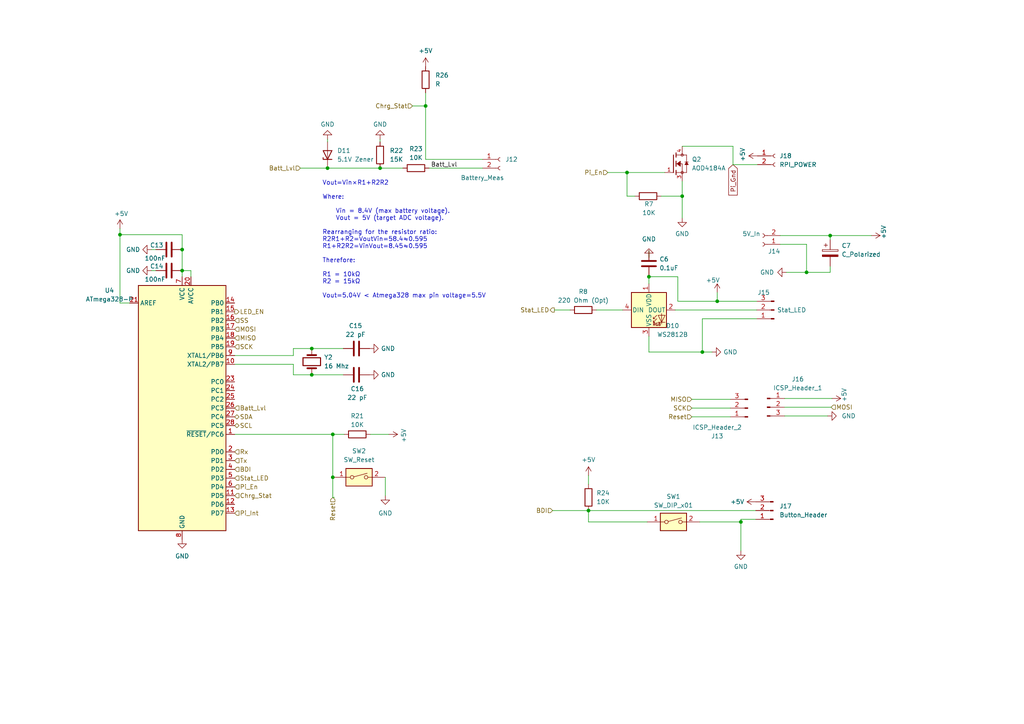
<source format=kicad_sch>
(kicad_sch (version 20230121) (generator eeschema)
  (paper "A4")
  (lib_symbols
    (symbol "+5V_1" (power) (pin_names (offset 0))
      (property "Value" "+5V_1" (at 0 3.556 0))
      (symbol "+5V_1_0_1"
        (polyline (pts (xy -0.762 1.27) (xy 0 2.54)))
        (polyline (pts (xy 0 0) (xy 0 2.54)))
        (polyline (pts (xy 0 2.54) (xy 0.762 1.27)))
      )
      (symbol "+5V_1_1_1"
        (pin power_in line (at 0 0 90) (length 0) hide (name "+5V") (number "1"))
      )
    )
    (symbol "+5V_2" (power) (pin_names (offset 0))
      (property "Value" "+5V_2" (at 0 3.556 0))
      (symbol "+5V_2_0_1"
        (polyline (pts (xy -0.762 1.27) (xy 0 2.54)))
        (polyline (pts (xy 0 0) (xy 0 2.54)))
        (polyline (pts (xy 0 2.54) (xy 0.762 1.27)))
      )
      (symbol "+5V_2_1_1"
        (pin power_in line (at 0 0 90) (length 0) hide (name "+5V") (number "1"))
      )
    )
    (symbol "+5V_3" (power) (pin_names (offset 0))
      (property "Value" "+5V_3" (at 0 3.556 0))
      (symbol "+5V_3_0_1"
        (polyline (pts (xy -0.762 1.27) (xy 0 2.54)))
        (polyline (pts (xy 0 0) (xy 0 2.54)))
        (polyline (pts (xy 0 2.54) (xy 0.762 1.27)))
      )
      (symbol "+5V_3_1_1"
        (pin power_in line (at 0 0 90) (length 0) hide (name "+5V") (number "1"))
      )
    )
    (symbol "AOD4184A:AOD4184A" (pin_names (offset 1.016))
      (property "Reference" "Q" (at -8.89 2.54 0))
      (property "Value" "AOD4184A" (at -8.89 -7.62 0))
      (symbol "AOD4184A_0_0"
        (polyline (pts (xy 0 2.54) (xy 0 -2.54)) (stroke (width 0.254)))
        (polyline (pts (xy 0.762 -2.54) (xy 0.762 -3.175)) (stroke (width 0.254)))
        (polyline (pts (xy 0.762 -1.905) (xy 0.762 -2.54)) (stroke (width 0.254)))
        (polyline (pts (xy 0.762 0) (xy 0.762 -0.762)) (stroke (width 0.254)))
        (polyline (pts (xy 0.762 0) (xy 2.54 0)) (stroke (width 0.1524)))
        (polyline (pts (xy 0.762 0.762) (xy 0.762 0)) (stroke (width 0.254)))
        (polyline (pts (xy 0.762 2.54) (xy 0.762 1.905)) (stroke (width 0.254)))
        (polyline (pts (xy 0.762 2.54) (xy 3.81 2.54)) (stroke (width 0.1524)))
        (polyline (pts (xy 0.762 3.175) (xy 0.762 2.54)) (stroke (width 0.254)))
        (polyline (pts (xy 2.54 -2.54) (xy 0.762 -2.54)) (stroke (width 0.1524)))
        (polyline (pts (xy 2.54 -2.54) (xy 3.81 -2.54)) (stroke (width 0.1524)))
        (polyline (pts (xy 2.54 0) (xy 2.54 -2.54)) (stroke (width 0.1524)))
        (polyline (pts (xy 3.81 0.508) (xy 3.302 0.508)) (stroke (width 0.1524)))
        (polyline (pts (xy 3.81 0.508) (xy 3.81 -2.54)) (stroke (width 0.1524)))
        (polyline (pts (xy 3.81 2.54) (xy 3.81 0.508)) (stroke (width 0.1524)))
        (polyline (pts (xy 4.318 0.508) (xy 3.81 0.508)) (stroke (width 0.1524)))
        (polyline (pts (xy 1.016 0) (xy 2.032 0.762) (xy 2.032 -0.762) (xy 1.016 0)) (stroke (width 0.1524)) (fill (type outline)))
        (polyline (pts (xy 3.81 0.508) (xy 3.302 -0.254) (xy 4.318 -0.254) (xy 3.81 0.508)) (stroke (width 0.1524)) (fill (type outline)))
        (circle (center 2.54 -2.54) (radius 0.3592))
        (circle (center 2.54 2.54) (radius 0.3592))
        (pin passive line (at -2.54 -2.54 0) (length 2.54) (name "~") (number "1"))
        (pin passive line (at 2.54 -5.08 90) (length 2.54) (name "~") (number "3"))
        (pin passive line (at 2.54 5.08 270) (length 2.54) (name "~") (number "4"))
      )
    )
    (symbol "Connector:Conn_01x02_Socket" (pin_names (offset 1.016) hide)
      (property "Reference" "J" (at 0 2.54 0))
      (property "Value" "Conn_01x02_Socket" (at 0 -5.08 0))
      (symbol "Conn_01x02_Socket_1_1"
        (arc (start 0 -2.032) (mid -0.5058 -2.54) (end 0 -3.048) (stroke (width 0.1524)))
        (polyline (pts (xy -1.27 -2.54) (xy -0.508 -2.54)) (stroke (width 0.1524)))
        (polyline (pts (xy -1.27 0) (xy -0.508 0)) (stroke (width 0.1524)))
        (arc (start 0 0.508) (mid -0.5058 0) (end 0 -0.508) (stroke (width 0.1524)))
        (pin passive line (at -5.08 0 0) (length 3.81) (name "Pin_1") (number "1"))
        (pin passive line (at -5.08 -2.54 0) (length 3.81) (name "Pin_2") (number "2"))
      )
    )
    (symbol "Connector:Conn_01x03_Pin" (pin_names (offset 1.016) hide)
      (property "Reference" "J" (at 0 5.08 0))
      (property "Value" "Conn_01x03_Pin" (at 0 -5.08 0))
      (symbol "Conn_01x03_Pin_1_1"
        (polyline (pts (xy 1.27 -2.54) (xy 0.8636 -2.54)) (stroke (width 0.1524)))
        (polyline (pts (xy 1.27 0) (xy 0.8636 0)) (stroke (width 0.1524)))
        (polyline (pts (xy 1.27 2.54) (xy 0.8636 2.54)) (stroke (width 0.1524)))
        (rectangle (start 0.8636 -2.413) (end 0 -2.667) (stroke (width 0.1524)) (fill (type outline)))
        (rectangle (start 0.8636 0.127) (end 0 -0.127) (stroke (width 0.1524)) (fill (type outline)))
        (rectangle (start 0.8636 2.667) (end 0 2.413) (stroke (width 0.1524)) (fill (type outline)))
        (pin passive line (at 5.08 2.54 180) (length 3.81) (name "Pin_1") (number "1"))
        (pin passive line (at 5.08 0 180) (length 3.81) (name "Pin_2") (number "2"))
        (pin passive line (at 5.08 -2.54 180) (length 3.81) (name "Pin_3") (number "3"))
      )
    )
    (symbol "Device:C" (pin_numbers hide) (pin_names (offset 0.254))
      (property "Reference" "C" (at 0.635 2.54 0))
      (property "Value" "C" (at 0.635 -2.54 0))
      (symbol "C_0_1"
        (polyline (pts (xy -2.032 -0.762) (xy 2.032 -0.762)) (stroke (width 0.508)))
        (polyline (pts (xy -2.032 0.762) (xy 2.032 0.762)) (stroke (width 0.508)))
      )
      (symbol "C_1_1"
        (pin passive line (at 0 3.81 270) (length 2.794) (name "~") (number "1"))
        (pin passive line (at 0 -3.81 90) (length 2.794) (name "~") (number "2"))
      )
    )
    (symbol "Device:C_Polarized" (pin_numbers hide) (pin_names (offset 0.254))
      (property "Reference" "C" (at 0.635 2.54 0))
      (property "Value" "C_Polarized" (at 0.635 -2.54 0))
      (symbol "C_Polarized_0_1"
        (rectangle (start -2.286 0.508) (end 2.286 1.016))
        (polyline (pts (xy -1.778 2.286) (xy -0.762 2.286)))
        (polyline (pts (xy -1.27 2.794) (xy -1.27 1.778)))
        (rectangle (start 2.286 -0.508) (end -2.286 -1.016) (fill (type outline)))
      )
      (symbol "C_Polarized_1_1"
        (pin passive line (at 0 3.81 270) (length 2.794) (name "~") (number "1"))
        (pin passive line (at 0 -3.81 90) (length 2.794) (name "~") (number "2"))
      )
    )
    (symbol "Device:Crystal" (pin_numbers hide) (pin_names (offset 1.016) hide)
      (property "Reference" "Y" (at 0 3.81 0))
      (property "Value" "Crystal" (at 0 -3.81 0))
      (symbol "Crystal_0_1"
        (rectangle (start -1.143 2.54) (end 1.143 -2.54) (stroke (width 0.3048)))
        (polyline (pts (xy -2.54 0) (xy -1.905 0)))
        (polyline (pts (xy -1.905 -1.27) (xy -1.905 1.27)) (stroke (width 0.508)))
        (polyline (pts (xy 1.905 -1.27) (xy 1.905 1.27)) (stroke (width 0.508)))
        (polyline (pts (xy 2.54 0) (xy 1.905 0)))
      )
      (symbol "Crystal_1_1"
        (pin passive line (at -3.81 0 0) (length 1.27) (name "1") (number "1"))
        (pin passive line (at 3.81 0 180) (length 1.27) (name "2") (number "2"))
      )
    )
    (symbol "Device:D_Zener" (pin_numbers hide) (pin_names (offset 1.016) hide)
      (property "Reference" "D" (at 0 2.54 0))
      (property "Value" "D_Zener" (at 0 -2.54 0))
      (symbol "D_Zener_0_1"
        (polyline (pts (xy 1.27 0) (xy -1.27 0)))
        (polyline (pts (xy -1.27 -1.27) (xy -1.27 1.27) (xy -0.762 1.27)) (stroke (width 0.254)))
        (polyline (pts (xy 1.27 -1.27) (xy 1.27 1.27) (xy -1.27 0) (xy 1.27 -1.27)) (stroke (width 0.254)))
      )
      (symbol "D_Zener_1_1"
        (pin passive line (at -3.81 0 0) (length 2.54) (name "K") (number "1"))
        (pin passive line (at 3.81 0 180) (length 2.54) (name "A") (number "2"))
      )
    )
    (symbol "Device:R" (pin_numbers hide) (pin_names (offset 0))
      (property "Reference" "R" (at 2.032 0 90))
      (property "Value" "R" (at 0 0 90))
      (symbol "R_0_1"
        (rectangle (start -1.016 -2.54) (end 1.016 2.54) (stroke (width 0.254)))
      )
      (symbol "R_1_1"
        (pin passive line (at 0 3.81 270) (length 1.27) (name "~") (number "1"))
        (pin passive line (at 0 -3.81 90) (length 1.27) (name "~") (number "2"))
      )
    )
    (symbol "LED:WS2812B" (pin_names (offset 0.254))
      (property "Reference" "D" (at 5.08 5.715 0))
      (property "Value" "WS2812B" (at 1.27 -5.715 0))
      (symbol "WS2812B_0_0"
        (text "RGB" (at 2.286 -4.191 0) (effects (font (size 0.762 0.762))))
      )
      (symbol "WS2812B_0_1"
        (polyline (pts (xy 1.27 -3.556) (xy 1.778 -3.556)))
        (polyline (pts (xy 1.27 -2.54) (xy 1.778 -2.54)))
        (polyline (pts (xy 4.699 -3.556) (xy 2.667 -3.556)))
        (polyline (pts (xy 2.286 -2.54) (xy 1.27 -3.556) (xy 1.27 -3.048)))
        (polyline (pts (xy 2.286 -1.524) (xy 1.27 -2.54) (xy 1.27 -2.032)))
        (polyline (pts (xy 3.683 -1.016) (xy 3.683 -3.556) (xy 3.683 -4.064)))
        (polyline (pts (xy 4.699 -1.524) (xy 2.667 -1.524) (xy 3.683 -3.556) (xy 4.699 -1.524)))
        (rectangle (start 5.08 5.08) (end -5.08 -5.08) (stroke (width 0.254)) (fill (type background)))
      )
      (symbol "WS2812B_1_1"
        (pin power_in line (at 0 7.62 270) (length 2.54) (name "VDD") (number "1"))
        (pin output line (at 7.62 0 180) (length 2.54) (name "DOUT") (number "2"))
        (pin power_in line (at 0 -7.62 90) (length 2.54) (name "VSS") (number "3"))
        (pin input line (at -7.62 0 0) (length 2.54) (name "DIN") (number "4"))
      )
    )
    (symbol "MCU_Microchip_ATmega:ATmega328-P"
      (property "Reference" "U" (at -12.7 36.83 0))
      (property "Value" "ATmega328-P" (at 2.54 -36.83 0))
      (symbol "ATmega328-P_0_1"
        (rectangle (start -12.7 -35.56) (end 12.7 35.56) (stroke (width 0.254)) (fill (type background)))
      )
      (symbol "ATmega328-P_1_1"
        (pin bidirectional line (at 15.24 -7.62 180) (length 2.54) (name "~{RESET}/PC6") (number "1"))
        (pin bidirectional line (at 15.24 12.7 180) (length 2.54) (name "XTAL2/PB7") (number "10"))
        (pin bidirectional line (at 15.24 -25.4 180) (length 2.54) (name "PD5") (number "11"))
        (pin bidirectional line (at 15.24 -27.94 180) (length 2.54) (name "PD6") (number "12"))
        (pin bidirectional line (at 15.24 -30.48 180) (length 2.54) (name "PD7") (number "13"))
        (pin bidirectional line (at 15.24 30.48 180) (length 2.54) (name "PB0") (number "14"))
        (pin bidirectional line (at 15.24 27.94 180) (length 2.54) (name "PB1") (number "15"))
        (pin bidirectional line (at 15.24 25.4 180) (length 2.54) (name "PB2") (number "16"))
        (pin bidirectional line (at 15.24 22.86 180) (length 2.54) (name "PB3") (number "17"))
        (pin bidirectional line (at 15.24 20.32 180) (length 2.54) (name "PB4") (number "18"))
        (pin bidirectional line (at 15.24 17.78 180) (length 2.54) (name "PB5") (number "19"))
        (pin bidirectional line (at 15.24 -12.7 180) (length 2.54) (name "PD0") (number "2"))
        (pin power_in line (at 2.54 38.1 270) (length 2.54) (name "AVCC") (number "20"))
        (pin passive line (at -15.24 30.48 0) (length 2.54) (name "AREF") (number "21"))
        (pin passive line (at 0 -38.1 90) (length 2.54) hide (name "GND") (number "22"))
        (pin bidirectional line (at 15.24 7.62 180) (length 2.54) (name "PC0") (number "23"))
        (pin bidirectional line (at 15.24 5.08 180) (length 2.54) (name "PC1") (number "24"))
        (pin bidirectional line (at 15.24 2.54 180) (length 2.54) (name "PC2") (number "25"))
        (pin bidirectional line (at 15.24 0 180) (length 2.54) (name "PC3") (number "26"))
        (pin bidirectional line (at 15.24 -2.54 180) (length 2.54) (name "PC4") (number "27"))
        (pin bidirectional line (at 15.24 -5.08 180) (length 2.54) (name "PC5") (number "28"))
        (pin bidirectional line (at 15.24 -15.24 180) (length 2.54) (name "PD1") (number "3"))
        (pin bidirectional line (at 15.24 -17.78 180) (length 2.54) (name "PD2") (number "4"))
        (pin bidirectional line (at 15.24 -20.32 180) (length 2.54) (name "PD3") (number "5"))
        (pin bidirectional line (at 15.24 -22.86 180) (length 2.54) (name "PD4") (number "6"))
        (pin power_in line (at 0 38.1 270) (length 2.54) (name "VCC") (number "7"))
        (pin power_in line (at 0 -38.1 90) (length 2.54) (name "GND") (number "8"))
        (pin bidirectional line (at 15.24 15.24 180) (length 2.54) (name "XTAL1/PB6") (number "9"))
      )
    )
    (symbol "Switch:SW_DIP_x01" (pin_names (offset 0) hide)
      (property "Reference" "SW" (at 0 3.81 0))
      (property "Value" "SW_DIP_x01" (at 0 -3.81 0))
      (symbol "SW_DIP_x01_0_0"
        (circle (center -2.032 0) (radius 0.508))
        (polyline (pts (xy -1.524 0.127) (xy 2.3622 1.1684)))
        (circle (center 2.032 0) (radius 0.508))
      )
      (symbol "SW_DIP_x01_0_1"
        (rectangle (start -3.81 2.54) (end 3.81 -2.54) (stroke (width 0.254)) (fill (type background)))
      )
      (symbol "SW_DIP_x01_1_1"
        (pin passive line (at -7.62 0 0) (length 5.08) (name "~") (number "1"))
        (pin passive line (at 7.62 0 180) (length 5.08) (name "~") (number "2"))
      )
    )
    (symbol "power:+5V" (power) (pin_names (offset 0))
      (property "Value" "+5V" (at 0 3.556 0))
      (symbol "+5V_0_1"
        (polyline (pts (xy -0.762 1.27) (xy 0 2.54)))
        (polyline (pts (xy 0 0) (xy 0 2.54)))
        (polyline (pts (xy 0 2.54) (xy 0.762 1.27)))
      )
      (symbol "+5V_1_1"
        (pin power_in line (at 0 0 90) (length 0) hide (name "+5V") (number "1"))
      )
    )
    (symbol "power:GND" (power) (pin_names (offset 0))
      (property "Value" "GND" (at 0 -3.81 0))
      (symbol "GND_0_1"
        (polyline (pts (xy 0 0) (xy 0 -1.27) (xy 1.27 -1.27) (xy 0 -2.54) (xy -1.27 -1.27) (xy 0 -1.27)))
      )
      (symbol "GND_1_1"
        (pin power_in line (at 0 0 270) (length 0) hide (name "GND") (number "1"))
      )
    )
  )
  (junction (at 34.798 68.072))
  (junction (at 52.832 78.486))
  (junction (at 240.792 68.326))
  (junction (at 90.424 101.092))
  (junction (at 52.832 72.39))
  (junction (at 188.214 80.264))
  (junction (at 233.934 78.994))
  (junction (at 170.688 148.082))
  (junction (at 96.52 125.984))
  (junction (at 123.444 30.734))
  (junction (at 208.026 87.376))
  (junction (at 110.236 48.768))
  (junction (at 197.866 56.896))
  (junction (at 90.424 108.712))
  (junction (at 214.884 151.384))
  (junction (at 94.996 48.768))
  (junction (at 203.708 102.108))
  (junction (at 181.864 50.038))
  (junction (at 96.52 138.43))
  (wire (pts (xy 208.026 84.836) (xy 208.026 87.376)))
  (wire (pts (xy 170.688 137.922) (xy 170.688 140.462)))
  (wire (pts (xy 176.276 50.038) (xy 181.864 50.038)))
  (wire (pts (xy 195.834 89.916) (xy 219.456 89.916)))
  (wire (pts (xy 34.798 68.072) (xy 34.798 87.884)))
  (wire (pts (xy 34.798 87.884) (xy 37.592 87.884)))
  (wire (pts (xy 233.934 70.866) (xy 233.934 78.994)))
  (wire (pts (xy 123.444 46.228) (xy 123.444 30.734)))
  (wire (pts (xy 68.072 103.124) (xy 85.09 103.124)))
  (wire (pts (xy 208.026 87.376) (xy 219.456 87.376)))
  (wire (pts (xy 52.832 78.486) (xy 55.372 78.486)))
  (wire (pts (xy 206.502 102.108) (xy 203.708 102.108)))
  (wire (pts (xy 170.688 151.384) (xy 170.688 148.082)))
  (wire (pts (xy 90.424 108.712) (xy 99.568 108.712)))
  (wire (pts (xy 85.09 101.092) (xy 90.424 101.092)))
  (wire (pts (xy 227.584 120.65) (xy 240.03 120.65)))
  (wire (pts (xy 191.77 56.896) (xy 197.866 56.896)))
  (wire (pts (xy 52.832 78.486) (xy 52.832 72.39)))
  (wire (pts (xy 96.52 125.984) (xy 96.52 138.43)))
  (wire (pts (xy 85.09 105.664) (xy 68.072 105.664)))
  (wire (pts (xy 200.66 118.364) (xy 211.836 118.364)))
  (wire (pts (xy 188.214 102.108) (xy 203.708 102.108)))
  (wire (pts (xy 110.236 40.386) (xy 110.236 41.148)))
  (wire (pts (xy 85.09 108.712) (xy 85.09 105.664)))
  (wire (pts (xy 196.596 87.376) (xy 208.026 87.376)))
  (wire (pts (xy 90.424 108.712) (xy 85.09 108.712)))
  (wire (pts (xy 85.09 103.124) (xy 85.09 101.092)))
  (wire (pts (xy 96.52 138.43) (xy 96.52 144.272)))
  (wire (pts (xy 227.584 118.11) (xy 241.046 118.11)))
  (wire (pts (xy 214.884 151.384) (xy 214.884 159.766)))
  (wire (pts (xy 172.974 89.916) (xy 180.594 89.916)))
  (wire (pts (xy 188.214 80.264) (xy 196.596 80.264)))
  (wire (pts (xy 160.782 89.916) (xy 165.354 89.916)))
  (wire (pts (xy 188.214 102.108) (xy 188.214 97.536)))
  (wire (pts (xy 212.598 42.418) (xy 197.866 42.418)))
  (wire (pts (xy 90.424 101.092) (xy 99.568 101.092)))
  (wire (pts (xy 96.52 144.272) (xy 97.028 144.272)))
  (wire (pts (xy 110.236 48.768) (xy 116.84 48.768)))
  (wire (pts (xy 139.954 46.228) (xy 123.444 46.228)))
  (wire (pts (xy 240.792 69.596) (xy 240.792 68.326)))
  (wire (pts (xy 203.708 102.108) (xy 203.708 92.456)))
  (wire (pts (xy 200.66 115.824) (xy 211.836 115.824)))
  (wire (pts (xy 34.798 68.072) (xy 52.832 68.072)))
  (wire (pts (xy 181.864 56.896) (xy 181.864 50.038)))
  (wire (pts (xy 94.996 48.768) (xy 110.236 48.768)))
  (wire (pts (xy 181.864 56.896) (xy 184.15 56.896)))
  (wire (pts (xy 181.864 50.038) (xy 192.786 50.038)))
  (wire (pts (xy 226.314 70.866) (xy 233.934 70.866)))
  (wire (pts (xy 96.52 125.984) (xy 68.072 125.984)))
  (wire (pts (xy 197.866 52.578) (xy 197.866 56.896)))
  (wire (pts (xy 197.866 56.896) (xy 197.866 63.246)))
  (wire (pts (xy 227.584 115.57) (xy 241.3 115.57)))
  (wire (pts (xy 212.598 47.752) (xy 219.71 47.752)))
  (wire (pts (xy 87.122 48.768) (xy 94.996 48.768)))
  (wire (pts (xy 202.946 151.384) (xy 214.884 151.384)))
  (wire (pts (xy 203.708 92.456) (xy 219.456 92.456)))
  (wire (pts (xy 214.884 150.622) (xy 219.202 150.622)))
  (wire (pts (xy 34.798 66.294) (xy 34.798 68.072)))
  (wire (pts (xy 233.934 78.994) (xy 240.792 78.994)))
  (wire (pts (xy 170.688 148.082) (xy 219.202 148.082)))
  (wire (pts (xy 228.092 78.994) (xy 233.934 78.994)))
  (wire (pts (xy 188.214 72.644) (xy 188.214 74.676)))
  (wire (pts (xy 52.832 78.486) (xy 52.832 80.264)))
  (wire (pts (xy 196.596 80.264) (xy 196.596 87.376)))
  (wire (pts (xy 160.274 148.082) (xy 170.688 148.082)))
  (wire (pts (xy 188.214 80.264) (xy 188.214 82.296)))
  (wire (pts (xy 214.884 150.622) (xy 214.884 151.384)))
  (wire (pts (xy 124.46 48.768) (xy 139.954 48.768)))
  (wire (pts (xy 111.76 138.43) (xy 111.76 143.764)))
  (wire (pts (xy 43.942 78.486) (xy 45.212 78.486)))
  (wire (pts (xy 240.792 78.994) (xy 240.792 77.216)))
  (wire (pts (xy 96.52 125.984) (xy 99.822 125.984)))
  (wire (pts (xy 252.73 68.326) (xy 240.792 68.326)))
  (wire (pts (xy 240.792 68.326) (xy 226.314 68.326)))
  (wire (pts (xy 52.832 68.072) (xy 52.832 72.39)))
  (wire (pts (xy 94.996 40.386) (xy 94.996 41.148)))
  (wire (pts (xy 55.372 78.486) (xy 55.372 80.264)))
  (wire (pts (xy 119.634 30.734) (xy 123.444 30.734)))
  (wire (pts (xy 200.66 120.904) (xy 211.836 120.904)))
  (wire (pts (xy 212.598 47.752) (xy 212.598 42.418)))
  (wire (pts (xy 187.706 151.384) (xy 170.688 151.384)))
  (wire (pts (xy 123.444 30.734) (xy 123.444 26.924)))
  (wire (pts (xy 112.776 125.984) (xy 107.442 125.984)))
  (wire (pts (xy 43.942 72.39) (xy 45.212 72.39)))
  (text "Vout​=Vin​×R1+R2R2​\n\nWhere:\n\n    Vin = 8.4V (max battery voltage).\n    Vout = 5V (target ADC voltage).\n\nRearranging for the resistor ratio:\nR2R1+R2=VoutVin=58.4≈0.595\nR1+R2R2​=Vin​Vout​​=8.45​≈0.595\n\nTherefore:\n\nR1 = 10kΩ\nR2 = 15kΩ\n\nVout=5.04V < Atmega328 max pin voltage=5.5V\n\n" (at 93.472 88.646 0) (effects (font (size 1.27 1.27)) (justify left bottom)))
  (label "Batt_Lvl" (at 124.968 48.768 0))
  (global_label "Pi_Gnd" (shape input) (at 212.598 47.752 270) (property "Intersheetrefs" "${INTERSHEET_REFS}" (effects hide)))
  (hierarchical_label "Reset" (shape input) (at 96.52 144.272 270))
  (hierarchical_label "Pi_Int" (shape input) (at 68.072 148.844 0))
  (hierarchical_label "Tx" (shape input) (at 68.072 133.604 0))
  (hierarchical_label "SCK" (shape input) (at 68.072 100.584 0))
  (hierarchical_label "Reset" (shape input) (at 200.66 120.904 180))
  (hierarchical_label "SCK" (shape input) (at 200.66 118.364 180))
  (hierarchical_label "SCL" (shape bidirectional) (at 68.072 123.444 0))
  (hierarchical_label "MISO" (shape input) (at 68.072 98.044 0))
  (hierarchical_label "Rx" (shape input) (at 68.072 131.064 0))
  (hierarchical_label "Pi_En" (shape input) (at 176.276 50.038 180))
  (hierarchical_label "SS" (shape input) (at 68.072 92.964 0))
  (hierarchical_label "Batt_Lvl" (shape input) (at 68.072 118.364 0))
  (hierarchical_label "MOSI" (shape input) (at 68.072 95.504 0))
  (hierarchical_label "Chrg_Stat" (shape input) (at 68.072 143.764 0))
  (hierarchical_label "BDI" (shape input) (at 160.274 148.082 180))
  (hierarchical_label "MISO" (shape input) (at 200.66 115.824 180))
  (hierarchical_label "Batt_Lvl" (shape input) (at 87.122 48.768 180))
  (hierarchical_label "BDI" (shape input) (at 68.072 136.144 0))
  (hierarchical_label "Stat_LED" (shape input) (at 68.072 138.684 0))
  (hierarchical_label "LED_EN" (shape output) (at 68.072 90.424 0))
  (hierarchical_label "SDA" (shape bidirectional) (at 68.072 120.904 0))
  (hierarchical_label "Chrg_Stat" (shape input) (at 119.634 30.734 180))
  (hierarchical_label "Stat_LED" (shape output) (at 160.782 89.916 180))
  (hierarchical_label "Pi_En" (shape input) (at 68.072 141.224 0))
  (hierarchical_label "MOSI" (shape input) (at 241.046 118.11 0))
  (symbol (lib_id "Device:C") (at 103.378 108.712 90) (unit 1)
    (property "Reference" "C16" (at 103.632 112.776 90))
    (property "Value" "22 pF" (at 103.632 115.316 90))
    (property "Footprint" "Capacitor_SMD:C_0504_1310Metric_Pad0.83x1.28mm_HandSolder" (effects hide))
  )
  (symbol (lib_id "Device:C") (at 49.022 78.486 90) (unit 1)
    (property "Reference" "C14" (at 45.466 77.216 90))
    (property "Value" "100nF" (at 44.958 81.026 90))
    (property "Footprint" "Capacitor_SMD:C_0504_1310Metric_Pad0.83x1.28mm_HandSolder" (effects hide))
  )
  (symbol (lib_id "power:+5V") (at 252.73 68.326 270) (unit 1)
    (property "Reference" "#PWR058" (effects hide))
    (property "Value" "+5V" (at 256.286 67.31 0))
  )
  (symbol (lib_id "power:+5V") (at 208.026 84.836 0) (unit 1)
    (property "Reference" "#PWR019" (effects hide))
    (property "Value" "+5V" (at 206.756 81.28 0))
  )
  (symbol (lib_id "power:GND") (at 43.942 78.486 270) (unit 1)
    (property "Reference" "#PWR047" (effects hide))
    (property "Value" "GND" (at 40.64 78.486 90) (effects (justify right)))
  )
  (symbol (lib_id "power:GND") (at 197.866 63.246 0) (unit 1)
    (property "Reference" "#PWR055" (effects hide))
    (property "Value" "GND" (at 197.866 67.818 0))
  )
  (symbol (lib_id "Device:R") (at 120.65 48.768 90) (unit 1)
    (property "Reference" "R23" (at 120.65 43.18 90))
    (property "Value" "10K" (at 120.65 45.72 90))
    (property "Footprint" "Resistor_SMD:R_0603_1608Metric_Pad0.98x0.95mm_HandSolder" (effects hide))
  )
  (symbol (lib_id "Connector:Conn_01x03_Pin") (at 222.504 118.11 0) (unit 1)
    (property "Reference" "J16" (at 231.394 109.982 0))
    (property "Value" "ICSP_Header_1" (at 231.394 112.522 0))
    (property "Footprint" "Connector_PinSocket_2.54mm:PinSocket_1x03_P2.54mm_Vertical" (effects hide))
  )
  (symbol (lib_id "power:GND") (at 110.236 40.386 180) (unit 1)
    (property "Reference" "#PWR052" (effects hide))
    (property "Value" "GND" (at 110.236 36.068 0))
  )
  (symbol (lib_id "Device:R") (at 103.632 125.984 270) (unit 1)
    (property "Reference" "R21" (at 103.632 120.65 90))
    (property "Value" "10K" (at 103.632 123.19 90))
    (property "Footprint" "Resistor_SMD:R_0603_1608Metric_Pad0.98x0.95mm_HandSolder" (effects hide))
  )
  (symbol (lib_id "Connector:Conn_01x02_Socket") (at 145.034 46.228 0) (unit 1)
    (property "Reference" "J12" (at 146.558 46.228 0) (effects (justify left)))
    (property "Value" "Battery_Meas" (at 133.604 51.562 0) (effects (justify left)))
    (property "Footprint" "Connector_PinSocket_2.54mm:PinSocket_1x03_P2.54mm_Vertical" (effects hide))
  )
  (symbol (lib_id "power:GND") (at 214.884 159.766 0) (unit 1)
    (property "Reference" "#PWR056" (effects hide))
    (property "Value" "GND" (at 214.884 164.338 0))
  )
  (symbol (lib_id "power:GND") (at 188.214 74.676 180) (unit 1)
    (property "Reference" "#PWR06" (effects hide))
    (property "Value" "GND" (at 188.214 69.342 0))
  )
  (symbol (lib_id "Connector:Conn_01x03_Pin") (at 224.536 89.916 180) (unit 1)
    (property "Reference" "J15" (at 221.488 84.836 0))
    (property "Value" "Stat_LED" (at 229.616 89.916 0))
    (property "Footprint" "Connector_PinSocket_2.54mm:PinSocket_1x03_P2.54mm_Vertical" (effects hide))
  )
  (symbol (lib_id "Connector:Conn_01x03_Pin") (at 216.916 118.364 180) (unit 1)
    (property "Reference" "J13" (at 208.026 126.492 0))
    (property "Value" "ICSP_Header_2" (at 208.026 123.952 0))
    (property "Footprint" "Connector_PinSocket_2.54mm:PinSocket_1x03_P2.54mm_Vertical" (effects hide))
  )
  (symbol (lib_name "+5V_1") (lib_id "power:+5V") (at 219.202 145.542 90) (unit 1)
    (property "Reference" "#PWR027" (effects hide))
    (property "Value" "+5V" (at 215.9 145.542 90) (effects (justify left)))
  )
  (symbol (lib_id "Connector:Conn_01x02_Socket") (at 224.79 45.212 0) (unit 1)
    (property "Reference" "J18" (at 226.06 45.212 0) (effects (justify left)))
    (property "Value" "RPI_POWER" (at 226.06 47.752 0) (effects (justify left)))
    (property "Footprint" "Connector_PinSocket_2.54mm:PinSocket_1x02_P2.54mm_Vertical" (effects hide))
  )
  (symbol (lib_id "power:GND") (at 52.832 156.464 0) (unit 1)
    (property "Reference" "#PWR048" (effects hide))
    (property "Value" "GND" (at 52.832 161.29 0))
  )
  (symbol (lib_id "Device:R") (at 169.164 89.916 90) (unit 1)
    (property "Reference" "R8" (at 169.164 84.582 90))
    (property "Value" "220 Ohm (Opt)" (at 169.164 87.122 90))
    (property "Footprint" "Resistor_SMD:R_0603_1608Metric_Pad0.98x0.95mm_HandSolder" (effects hide))
  )
  (symbol (lib_id "Connector:Conn_01x02_Socket") (at 221.234 70.866 180) (unit 1)
    (property "Reference" "J14" (at 224.536 72.898 0))
    (property "Value" "5V_In" (at 217.932 67.818 0))
    (property "Footprint" "Connector_PinSocket_2.54mm:PinSocket_1x02_P2.54mm_Vertical" (effects hide))
  )
  (symbol (lib_id "power:GND") (at 228.092 78.994 270) (unit 1)
    (property "Reference" "#PWR021" (effects hide))
    (property "Value" "GND" (at 224.536 78.994 90) (effects (justify right)))
  )
  (symbol (lib_id "power:GND") (at 43.942 72.39 270) (unit 1)
    (property "Reference" "#PWR046" (effects hide))
    (property "Value" "GND" (at 40.64 72.39 90) (effects (justify right)))
  )
  (symbol (lib_id "power:+5V") (at 112.776 125.984 270) (unit 1)
    (property "Reference" "#PWR054" (effects hide))
    (property "Value" "+5V" (at 117.1004 126.3523 0))
  )
  (symbol (lib_id "power:GND") (at 240.03 120.65 90) (unit 1)
    (property "Reference" "#PWR062" (effects hide))
    (property "Value" "GND" (at 244.094 120.65 90) (effects (justify right)))
  )
  (symbol (lib_id "Device:C_Polarized") (at 240.792 73.406 0) (unit 1)
    (property "Reference" "C7" (at 244.094 71.247 0) (effects (justify left)))
    (property "Value" "C_Polarized" (at 244.094 73.787 0) (effects (justify left)))
    (property "Footprint" "Capacitor_SMD:CP_Elec_6.3x5.9" (effects hide))
  )
  (symbol (lib_id "power:+5V") (at 241.3 115.57 270) (unit 1)
    (property "Reference" "#PWR063" (effects hide))
    (property "Value" "+5V" (at 244.856 114.554 0))
  )
  (symbol (lib_id "LED:WS2812B") (at 188.214 89.916 0) (unit 1)
    (property "Reference" "D10" (at 195.072 94.488 0))
    (property "Value" "WS2812B" (at 195.072 97.028 0))
    (property "Footprint" "LED_SMD:LED_WS2812B_PLCC4_5.0x5.0mm_P3.2mm" (effects hide))
    (property "Datasheet" "https://cdn-shop.adafruit.com/datasheets/WS2812B.pdf" (effects hide))
  )
  (symbol (lib_id "MCU_Microchip_ATmega:ATmega328-P") (at 52.832 118.364 0) (unit 1)
    (property "Reference" "U4" (at 31.75 84.2361 0))
    (property "Value" "ATmega328-P" (at 31.75 86.7761 0))
    (property "Footprint" "Package_DIP:DIP-28_W7.62mm" (effects hide))
    (property "Datasheet" "http://ww1.microchip.com/downloads/en/DeviceDoc/ATmega328_P%20AVR%20MCU%20with%20picoPower%20Technology%20Data%20Sheet%2040001984A.pdf" (effects hide))
  )
  (symbol (lib_id "Device:R") (at 123.444 23.114 0) (unit 1)
    (property "Reference" "R26" (at 126.238 21.844 0) (effects (justify left)))
    (property "Value" "R" (at 126.238 24.384 0) (effects (justify left)))
    (property "Footprint" "Resistor_SMD:R_0603_1608Metric_Pad0.98x0.95mm_HandSolder" (effects hide))
  )
  (symbol (lib_id "Device:R") (at 187.96 56.896 90) (unit 1)
    (property "Reference" "R7" (at 188.214 59.182 90))
    (property "Value" "10K" (at 188.214 61.722 90))
    (property "Footprint" "Resistor_SMD:R_0603_1608Metric_Pad0.98x0.95mm_HandSolder" (effects hide))
  )
  (symbol (lib_name "+5V_3") (lib_id "power:+5V") (at 170.688 137.922 0) (unit 1)
    (property "Reference" "#PWR03" (effects hide))
    (property "Value" "+5V" (at 170.688 133.35 0))
  )
  (symbol (lib_id "power:+5V") (at 34.798 66.294 0) (unit 1)
    (property "Reference" "#PWR045" (effects hide))
    (property "Value" "+5V" (at 35.1663 61.9696 0))
  )
  (symbol (lib_id "Device:C") (at 49.022 72.39 90) (unit 1)
    (property "Reference" "C13" (at 45.466 71.12 90))
    (property "Value" "100nF" (at 44.958 74.93 90))
    (property "Footprint" "Capacitor_SMD:C_0504_1310Metric_Pad0.83x1.28mm_HandSolder" (effects hide))
  )
  (symbol (lib_id "Device:R") (at 110.236 44.958 0) (unit 1)
    (property "Reference" "R22" (at 113.03 43.688 0) (effects (justify left)))
    (property "Value" "15K" (at 113.03 46.228 0) (effects (justify left)))
    (property "Footprint" "Resistor_SMD:R_0603_1608Metric_Pad0.98x0.95mm_HandSolder" (effects hide))
  )
  (symbol (lib_id "Device:Crystal") (at 90.424 104.902 90) (unit 1)
    (property "Reference" "Y2" (at 93.98 103.632 90) (effects (justify right)))
    (property "Value" "16 Mhz" (at 93.98 106.172 90) (effects (justify right)))
    (property "Footprint" "Crystal:Crystal_HC49-U_Vertical" (effects hide))
  )
  (symbol (lib_id "power:GND") (at 206.502 102.108 90) (unit 1)
    (property "Reference" "#PWR018" (effects hide))
    (property "Value" "GND" (at 209.804 102.108 90) (effects (justify right)))
  )
  (symbol (lib_id "Connector:Conn_01x03_Pin") (at 224.282 148.082 180) (unit 1)
    (property "Reference" "J17" (at 226.06 146.812 0) (effects (justify right)))
    (property "Value" "Button_Header" (at 226.06 149.352 0) (effects (justify right)))
    (property "Footprint" "Connector_PinSocket_2.54mm:PinSocket_1x03_P2.54mm_Vertical" (effects hide))
  )
  (symbol (lib_id "power:GND") (at 111.76 143.764 0) (unit 1)
    (property "Reference" "#PWR053" (effects hide))
    (property "Value" "GND" (at 111.76 148.844 0))
  )
  (symbol (lib_id "power:GND") (at 107.188 108.712 90) (unit 1)
    (property "Reference" "#PWR051" (effects hide))
    (property "Value" "GND" (at 110.49 108.712 90) (effects (justify right)))
  )
  (symbol (lib_id "AOD4184A:AOD4184A") (at 195.326 47.498 0) (unit 1)
    (property "Reference" "Q2" (at 200.66 46.228 0) (effects (justify left)))
    (property "Value" "AOD4184A" (at 200.66 48.768 0) (effects (justify left)))
    (property "Footprint" "AOD4184A:DPAK228P994X240-4N" (effects hide))
    (property "MF" "Alpha &" (effects hide))
    (property "MAXIMUM_PACKAGE_HEIGHT" "2.4mm" (effects hide))
    (property "Package" "TO-252 Alpha &amp; Omega Semiconductor" (effects hide))
    (property "Price" "None" (effects hide))
    (property "Check_prices" "https://www.snapeda.com/parts/AOD4184A/Alpha/view-part/?ref=eda" (effects hide))
    (property "STANDARD" "IPC-7351B" (effects hide))
    (property "PARTREV" "0" (effects hide))
    (property "SnapEDA_Link" "https://www.snapeda.com/parts/AOD4184A/Alpha/view-part/?ref=snap" (effects hide))
    (property "MP" "AOD4184A" (effects hide))
    (property "Description" "\n                        \n                            N-Channel 40V 13A (Ta), 50A (Tc) 2.3W (Ta), 50W (Tc) Surface Mount TO-252, (D-Pak)\n                        \n" (effects hide))
    (property "Availability" "In Stock" (effects hide))
    (property "MANUFACTURER" "Alpha and Omega" (effects hide))
  )
  (symbol (lib_id "power:GND") (at 107.188 101.092 90) (unit 1)
    (property "Reference" "#PWR050" (effects hide))
    (property "Value" "GND" (at 110.49 101.092 90) (effects (justify right)))
  )
  (symbol (lib_id "Device:C") (at 188.214 76.454 0) (unit 1)
    (property "Reference" "C6" (at 191.262 75.184 0) (effects (justify left)))
    (property "Value" "0.1uF" (at 191.262 77.724 0) (effects (justify left)))
    (property "Footprint" "Capacitor_SMD:C_0504_1310Metric_Pad0.83x1.28mm_HandSolder" (effects hide))
  )
  (symbol (lib_id "power:+5V") (at 219.71 45.212 90) (unit 1)
    (property "Reference" "#PWR057" (effects hide))
    (property "Value" "+5V" (at 215.3856 44.8437 0))
  )
  (symbol (lib_id "Switch:SW_DIP_x01") (at 104.14 138.43 0) (unit 1)
    (property "Reference" "SW2" (at 104.14 130.81 0))
    (property "Value" "SW_Reset" (at 104.14 133.35 0))
    (property "Footprint" "Buttons:Button_Sw_THT" (effects hide))
  )
  (symbol (lib_id "Device:R") (at 170.688 144.272 0) (unit 1)
    (property "Reference" "R24" (at 172.974 143.002 0) (effects (justify left)))
    (property "Value" "10K" (at 172.974 145.542 0) (effects (justify left)))
    (property "Footprint" "Resistor_SMD:R_0603_1608Metric_Pad0.98x0.95mm_HandSolder" (effects hide))
  )
  (symbol (lib_id "Device:C") (at 103.378 101.092 90) (unit 1)
    (property "Reference" "C15" (at 103.124 94.488 90))
    (property "Value" "22 pF" (at 103.124 97.028 90))
    (property "Footprint" "Capacitor_SMD:C_0504_1310Metric_Pad0.83x1.28mm_HandSolder" (effects hide))
  )
  (symbol (lib_id "Device:D_Zener") (at 94.996 44.958 90) (unit 1)
    (property "Reference" "D11" (at 97.79 43.688 90) (effects (justify right)))
    (property "Value" "5.1V Zener" (at 97.79 46.228 90) (effects (justify right)))
    (property "Footprint" "Diode_SMD:D_SC-80_HandSoldering" (effects hide))
  )
  (symbol (lib_id "Switch:SW_DIP_x01") (at 195.326 151.384 0) (unit 1)
    (property "Reference" "SW1" (at 195.326 144.018 0))
    (property "Value" "SW_DIP_x01" (at 195.326 146.558 0))
    (property "Footprint" "Buttons:Button_Sw_THT" (effects hide))
  )
  (symbol (lib_id "power:GND") (at 94.996 40.386 180) (unit 1)
    (property "Reference" "#PWR049" (effects hide))
    (property "Value" "GND" (at 94.996 36.068 0))
  )
  (symbol (lib_name "+5V_2") (lib_id "power:+5V") (at 123.444 19.304 0) (unit 1)
    (property "Reference" "#PWR029" (effects hide))
    (property "Value" "+5V" (at 123.444 14.732 0))
  )
)
</source>
